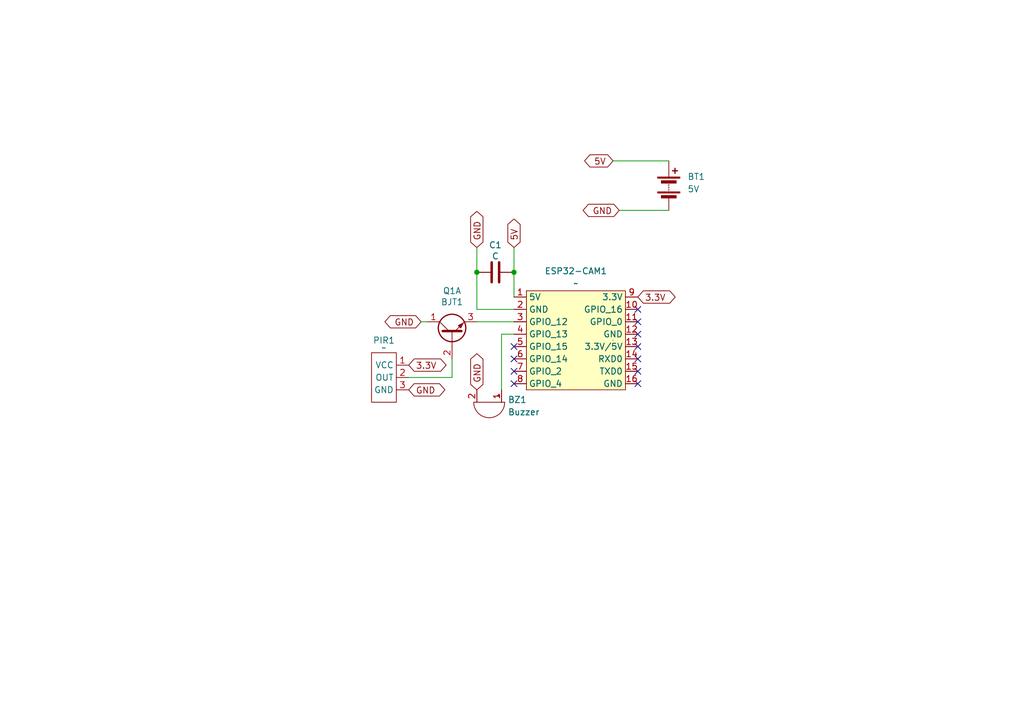
<source format=kicad_sch>
(kicad_sch (version 20250114) (generator "eeschema") (generator_version "9.0")
  (paper "A5")
  (lib_symbols
    (symbol "Device:Battery" (pin_numbers (hide yes)) (pin_names (offset 0) (hide yes))
      (property "Reference" "BT" (at 2.54 2.54 0))
      (property "Value" "Battery" (at 2.54 0 0))
      (symbol "Battery_0_1"
        (rectangle (start -2.286 1.778) (end 2.286 1.524) (fill (type outline)))
        (rectangle (start -2.286 -1.27) (end 2.286 -1.524) (fill (type outline)))
        (rectangle (start -1.524 1.016) (end 1.524 0.508) (fill (type outline)))
        (rectangle (start -1.524 -2.032) (end 1.524 -2.54) (fill (type outline)))
        (polyline (pts (xy 0 1.778) (xy 0 2.54)))
        (polyline (pts (xy 0 0) (xy 0 0.254)))
        (polyline (pts (xy 0 -0.508) (xy 0 -0.254)))
        (polyline (pts (xy 0 -1.016) (xy 0 -0.762)))
        (polyline (pts (xy 0.762 3.048) (xy 1.778 3.048)) (stroke (width 0.254)))
        (polyline (pts (xy 1.27 3.556) (xy 1.27 2.54)) (stroke (width 0.254)))
      )
      (symbol "Battery_1_1"
        (pin passive line (at 0 5.08 270) (length 2.54) (name "+") (number "1"))
        (pin passive line (at 0 -5.08 90) (length 2.54) (name "-") (number "2"))
      )
    )
    (symbol "Device:Buzzer" (pin_names (offset 0.0254) (hide yes))
      (property "Reference" "BZ" (at 3.81 1.27 0))
      (property "Value" "Buzzer" (at 3.81 -1.27 0))
      (symbol "Buzzer_0_1"
        (polyline (pts (xy -1.651 1.905) (xy -1.143 1.905)))
        (polyline (pts (xy -1.397 2.159) (xy -1.397 1.651)))
        (arc (start 0 3.175) (mid 3.1612 0) (end 0 -3.175))
        (polyline (pts (xy 0 3.175) (xy 0 -3.175)))
      )
      (symbol "Buzzer_1_1"
        (pin passive line (at -2.54 2.54 0) (length 2.54) (name "+") (number "1"))
        (pin passive line (at -2.54 -2.54 0) (length 2.54) (name "-") (number "2"))
      )
    )
    (symbol "Device:C" (pin_numbers (hide yes)) (pin_names (offset 0.254))
      (property "Reference" "C" (at 0.635 2.54 0))
      (property "Value" "C" (at 0.635 -2.54 0))
      (symbol "C_0_1"
        (polyline (pts (xy -2.032 0.762) (xy 2.032 0.762)) (stroke (width 0.508)))
        (polyline (pts (xy -2.032 -0.762) (xy 2.032 -0.762)) (stroke (width 0.508)))
      )
      (symbol "C_1_1"
        (pin passive line (at 0 3.81 270) (length 2.794) (name "~") (number "1"))
        (pin passive line (at 0 -3.81 90) (length 2.794) (name "~") (number "2"))
      )
    )
    (symbol "Transistor_BJT:Q_Dual_NPN_NPN_B1E2B2C2E1C1" (pin_names (offset 0) (hide yes))
      (property "Reference" "Q1" (at 8.89 0 90))
      (property "Value" "BJT1" (at 6.604 0 90))
      (symbol "Q_Dual_NPN_NPN_B1E2B2C2E1C1_0_1"
        (polyline (pts (xy 0.635 1.905) (xy 0.635 -1.905)) (stroke (width 0.508)))
        (polyline (pts (xy 0.635 0.635) (xy 2.54 2.54)))
        (polyline (pts (xy 0.635 0) (xy -2.54 0)))
        (polyline (pts (xy 0.635 -0.635) (xy 2.54 -2.54)))
        (circle (center 1.27 0) (radius 2.8194) (stroke (width 0.254)))
        (polyline (pts (xy 1.27 -1.778) (xy 1.778 -1.27) (xy 2.286 -2.286) (xy 1.27 -1.778)) (fill (type outline)))
      )
      (symbol "Q_Dual_NPN_NPN_B1E2B2C2E1C1_1_1"
        (pin input line (at -5.08 0 0) (length 2.54) (name "B1") (number "2"))
        (pin passive line (at 2.54 5.08 270) (length 2.54) (name "C1") (number "1"))
        (pin passive line (at 2.54 -5.08 90) (length 2.54) (name "E1") (number "3"))
      )
      (symbol "Q_Dual_NPN_NPN_B1E2B2C2E1C1_2_1"
        (pin input line (at -5.08 0 0) (length 2.54) (name "B2") (number "3"))
        (pin passive line (at 2.54 5.08 270) (length 2.54) (name "C2") (number "4"))
        (pin passive line (at 2.54 -5.08 90) (length 2.54) (name "E2") (number "2"))
      )
    )
    (symbol "esp32_cam:cam_module"
      (property "Reference" "ESP32-CAM" (at -9.398 -26.162 0))
      (symbol "cam_module_0_1"
        (rectangle (start -2.54 -12.7) (end -2.54 -12.7))
      )
      (symbol "cam_module_1_1"
        (rectangle (start -20.32 -2.54) (end 0 -22.86) (fill (type background)))
        (pin power_in line (at -22.86 -3.81 0) (length 2.54) (name "5V") (number "1"))
        (pin power_in line (at -22.86 -6.35 0) (length 2.54) (name "GND") (number "2"))
        (pin bidirectional line (at -22.86 -8.89 0) (length 2.54) (name "GPIO_12") (number "3"))
        (pin bidirectional line (at -22.86 -11.43 0) (length 2.54) (name "GPIO_13") (number "4"))
        (pin bidirectional line (at -22.86 -13.97 0) (length 2.54) (name "GPIO_15") (number "5"))
        (pin bidirectional line (at -22.86 -16.51 0) (length 2.54) (name "GPIO_14") (number "6"))
        (pin bidirectional line (at -22.86 -19.05 0) (length 2.54) (name "GPIO_2") (number "7"))
        (pin bidirectional line (at -22.86 -21.59 0) (length 2.54) (name "GPIO_4") (number "8"))
        (pin power_out line (at 2.54 -3.81 180) (length 2.54) (name "3.3V") (number "9"))
        (pin bidirectional line (at 2.54 -6.35 180) (length 2.54) (name "GPIO_16") (number "10"))
        (pin bidirectional line (at 2.54 -8.89 180) (length 2.54) (name "GPIO_0") (number "11"))
        (pin power_in line (at 2.54 -11.43 180) (length 2.54) (name "GND") (number "12"))
        (pin power_out line (at 2.54 -13.97 180) (length 2.54) (name "3.3V/5V") (number "13"))
        (pin input line (at 2.54 -16.51 180) (length 2.54) (name "RXD0") (number "14"))
        (pin output line (at 2.54 -19.05 180) (length 2.54) (name "TXD0") (number "15"))
        (pin power_in line (at 2.54 -21.59 180) (length 2.54) (name "GND") (number "16"))
      )
    )
    (symbol "pir_pinout_1"
      (property "Reference" "PIR" (at -2.54 6.858 0))
      (symbol "pir_pinout_1_0_1"
        (rectangle (start -5.08 5.08) (end 0 -5.08))
      )
      (symbol "pir_pinout_1_1_1"
        (pin power_in line (at 2.54 2.54 180) (length 2.54) (name "VCC") (number "1"))
        (pin output line (at 2.54 0 180) (length 2.54) (name "OUT") (number "2"))
        (pin power_in line (at 2.54 -2.54 180) (length 2.54) (name "GND") (number "3"))
      )
    )
  )
  (junction (at 97.79 55.88))
  (junction (at 105.41 55.88))
  (no_connect (at 105.41 78.74))
  (no_connect (at 130.81 63.5))
  (no_connect (at 105.41 73.66))
  (no_connect (at 130.81 71.12))
  (no_connect (at 105.41 71.12))
  (no_connect (at 130.81 66.04))
  (no_connect (at 130.81 76.2))
  (no_connect (at 105.41 76.2))
  (no_connect (at 130.81 78.74))
  (no_connect (at 130.81 68.58))
  (no_connect (at 130.81 73.66))
  (wire (pts (xy 102.87 68.58) (xy 105.41 68.58)))
  (wire (pts (xy 87.63 66.04) (xy 86.36 66.04)))
  (wire (pts (xy 83.82 77.47) (xy 92.71 77.47)))
  (wire (pts (xy 97.79 63.5) (xy 105.41 63.5)))
  (wire (pts (xy 92.71 73.66) (xy 92.71 77.47)))
  (wire (pts (xy 127 43.18) (xy 137.16 43.18)))
  (wire (pts (xy 102.87 80.01) (xy 102.87 68.58)))
  (wire (pts (xy 97.79 50.8) (xy 97.79 55.88)))
  (wire (pts (xy 125.73 33.02) (xy 137.16 33.02)))
  (wire (pts (xy 97.79 55.88) (xy 97.79 63.5)))
  (wire (pts (xy 105.41 55.88) (xy 105.41 60.96)))
  (wire (pts (xy 105.41 50.8) (xy 105.41 55.88)))
  (wire (pts (xy 97.79 66.04) (xy 105.41 66.04)))
  (global_label "GND" (shape bidirectional) (at 127 43.18 180) (property "Intersheetrefs" "${INTERSHEET_REFS}" (effects (hide yes))))
  (global_label "5V" (shape bidirectional) (at 125.73 33.02 180) (property "Intersheetrefs" "${INTERSHEET_REFS}" (effects (hide yes))))
  (global_label "5V" (shape bidirectional) (at 105.41 50.8 90) (property "Intersheetrefs" "${INTERSHEET_REFS}" (effects (hide yes))))
  (global_label "GND" (shape bidirectional) (at 83.82 80.01 0) (property "Intersheetrefs" "${INTERSHEET_REFS}" (effects (hide yes))))
  (global_label "GND" (shape bidirectional) (at 97.79 80.01 90) (property "Intersheetrefs" "${INTERSHEET_REFS}" (effects (hide yes))))
  (global_label "GND" (shape bidirectional) (at 97.79 50.8 90) (property "Intersheetrefs" "${INTERSHEET_REFS}" (effects (hide yes))))
  (global_label "GND" (shape bidirectional) (at 86.36 66.04 180) (property "Intersheetrefs" "${INTERSHEET_REFS}" (effects (hide yes))))
  (global_label "3.3V" (shape bidirectional) (at 83.82 74.93 0) (property "Intersheetrefs" "${INTERSHEET_REFS}" (effects (hide yes))))
  (global_label "3.3V" (shape bidirectional) (at 130.81 60.96 0) (property "Intersheetrefs" "${INTERSHEET_REFS}" (effects (hide yes))))
  (symbol (lib_id "Device:Battery") (at 137.16 38.1 0) (unit 1)
    (property "Reference" "BT1" (at 140.97 36.2584 0) (effects (justify left)))
    (property "Value" "5V" (at 140.97 38.7984 0) (effects (justify left)))
    (property "Footprint" "Connector:Banana_Jack_2Pin" (effects (hide yes)))
    (property "Description" "Multiple-cell battery" (effects (hide yes)))
  )
  (symbol (lib_name "pir_pinout_1") (lib_id "PIR:pir_pinout") (at 81.28 77.47 0) (unit 1)
    (property "Reference" "PIR1" (at 78.74 69.85 0))
    (property "Value" "~" (at 78.74 71.374 0))
    (property "Footprint" "Sensor_Motion:PIR_SENSOR" (effects (hide yes)))
  )
  (symbol (lib_id "Transistor_BJT:Q_Dual_NPN_NPN_B1E2B2C2E1C1") (at 92.71 68.58 90) (unit 1)
    (property "Reference" "Q1" (at 92.71 59.69 90))
    (property "Value" "BJT1" (at 92.71 61.976 90))
    (property "Footprint" "Package_TO_SOT_THT:TO-92_Inline" (effects (hide yes)))
    (property "Description" "Dual NPN transistor, 6 pin package" (effects (hide yes)))
  )
  (symbol (lib_id "Device:C") (at 101.6 55.88 90) (unit 1)
    (property "Reference" "C1" (at 101.6 50.292 90))
    (property "Value" "C" (at 101.6 52.578 90))
    (property "Footprint" "Capacitor_THT:CP_Radial_D8.0mm_P3.50mm" (effects (hide yes)))
    (property "Description" "Unpolarized capacitor" (effects (hide yes)))
  )
  (symbol (lib_id "Device:Buzzer") (at 100.33 82.55 270) (unit 1)
    (property "Reference" "BZ1" (at 104.14 82.035 90) (effects (justify left)))
    (property "Value" "Buzzer" (at 104.14 84.575 90) (effects (justify left)))
    (property "Footprint" "Buzzer_Beeper:Buzzer_12x9.5RM7.6" (effects (hide yes)))
    (property "Description" "Buzzer, polarized" (effects (hide yes)))
  )
  (symbol (lib_id "esp32_cam:cam_module") (at 128.27 57.15 0) (unit 1)
    (property "Reference" "ESP32-CAM1" (at 118.11 55.626 0))
    (property "Value" "~" (at 118.11 58.166 0))
    (property "Footprint" "RF_Module:ESP32_CAM" (effects (hide yes)))
  )
)
</source>
